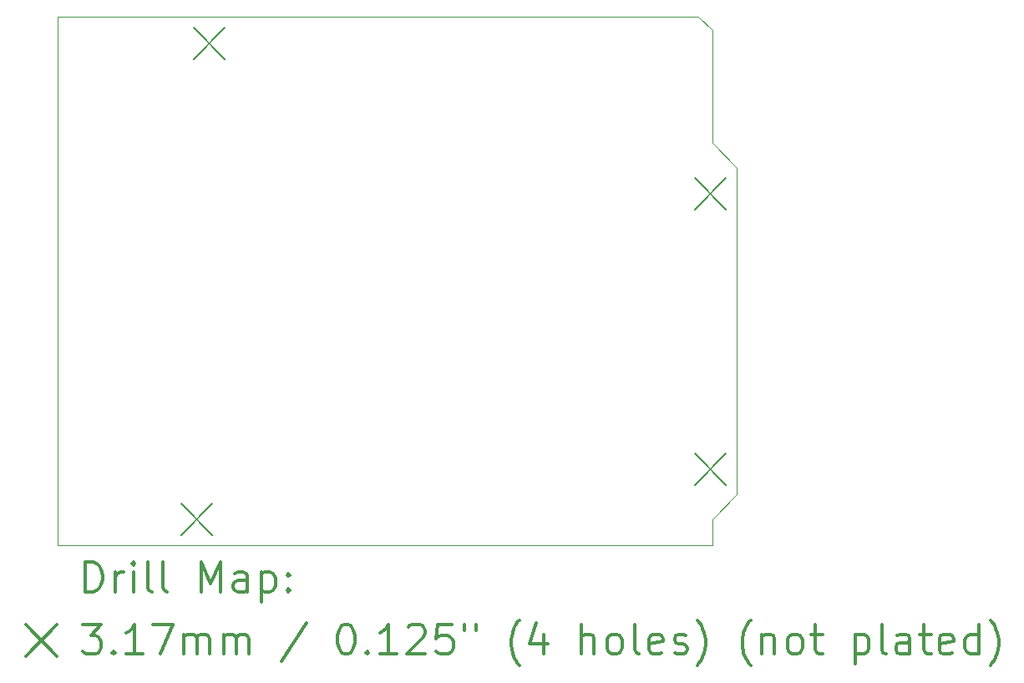
<source format=gbr>
%FSLAX45Y45*%
G04 Gerber Fmt 4.5, Leading zero omitted, Abs format (unit mm)*
G04 Created by KiCad (PCBNEW 4.1.0-alpha+201606210817+6944~45~ubuntu14.04.1-product) date Tue Jun 21 19:39:48 2016*
%MOMM*%
%LPD*%
G01*
G04 APERTURE LIST*
%ADD10C,0.127000*%
%ADD11C,0.100000*%
%ADD12C,0.200000*%
%ADD13C,0.300000*%
G04 APERTURE END LIST*
D10*
D11*
X19179540Y-8427720D02*
X19316700Y-8564880D01*
X12682220Y-13792200D02*
X12682220Y-8498840D01*
X19316700Y-13792200D02*
X12682220Y-13792200D01*
X19316700Y-13528040D02*
X19316700Y-13792200D01*
X19568160Y-13276580D02*
X19316700Y-13528040D01*
X19568160Y-9959340D02*
X19568160Y-13276580D01*
X19316700Y-9707880D02*
X19568160Y-9959340D01*
X19316700Y-8564880D02*
X19316700Y-9707880D01*
X12682220Y-8427720D02*
X19179540Y-8427720D01*
X12682220Y-8498840D02*
X12682220Y-8427720D01*
D12*
X13934186Y-13367258D02*
X14251686Y-13684758D01*
X14251686Y-13367258D02*
X13934186Y-13684758D01*
X14061186Y-8541258D02*
X14378686Y-8858758D01*
X14378686Y-8541258D02*
X14061186Y-8858758D01*
X19141186Y-10065258D02*
X19458686Y-10382758D01*
X19458686Y-10065258D02*
X19141186Y-10382758D01*
X19141186Y-12859258D02*
X19458686Y-13176758D01*
X19458686Y-12859258D02*
X19141186Y-13176758D01*
D13*
X12963648Y-14262914D02*
X12963648Y-13962914D01*
X13035077Y-13962914D01*
X13077934Y-13977200D01*
X13106506Y-14005771D01*
X13120791Y-14034343D01*
X13135077Y-14091486D01*
X13135077Y-14134343D01*
X13120791Y-14191486D01*
X13106506Y-14220057D01*
X13077934Y-14248629D01*
X13035077Y-14262914D01*
X12963648Y-14262914D01*
X13263648Y-14262914D02*
X13263648Y-14062914D01*
X13263648Y-14120057D02*
X13277934Y-14091486D01*
X13292220Y-14077200D01*
X13320791Y-14062914D01*
X13349363Y-14062914D01*
X13449363Y-14262914D02*
X13449363Y-14062914D01*
X13449363Y-13962914D02*
X13435077Y-13977200D01*
X13449363Y-13991486D01*
X13463648Y-13977200D01*
X13449363Y-13962914D01*
X13449363Y-13991486D01*
X13635077Y-14262914D02*
X13606506Y-14248629D01*
X13592220Y-14220057D01*
X13592220Y-13962914D01*
X13792220Y-14262914D02*
X13763648Y-14248629D01*
X13749363Y-14220057D01*
X13749363Y-13962914D01*
X14135077Y-14262914D02*
X14135077Y-13962914D01*
X14235077Y-14177200D01*
X14335077Y-13962914D01*
X14335077Y-14262914D01*
X14606506Y-14262914D02*
X14606506Y-14105771D01*
X14592220Y-14077200D01*
X14563648Y-14062914D01*
X14506506Y-14062914D01*
X14477934Y-14077200D01*
X14606506Y-14248629D02*
X14577934Y-14262914D01*
X14506506Y-14262914D01*
X14477934Y-14248629D01*
X14463648Y-14220057D01*
X14463648Y-14191486D01*
X14477934Y-14162914D01*
X14506506Y-14148629D01*
X14577934Y-14148629D01*
X14606506Y-14134343D01*
X14749363Y-14062914D02*
X14749363Y-14362914D01*
X14749363Y-14077200D02*
X14777934Y-14062914D01*
X14835077Y-14062914D01*
X14863648Y-14077200D01*
X14877934Y-14091486D01*
X14892220Y-14120057D01*
X14892220Y-14205771D01*
X14877934Y-14234343D01*
X14863648Y-14248629D01*
X14835077Y-14262914D01*
X14777934Y-14262914D01*
X14749363Y-14248629D01*
X15020791Y-14234343D02*
X15035077Y-14248629D01*
X15020791Y-14262914D01*
X15006506Y-14248629D01*
X15020791Y-14234343D01*
X15020791Y-14262914D01*
X15020791Y-14077200D02*
X15035077Y-14091486D01*
X15020791Y-14105771D01*
X15006506Y-14091486D01*
X15020791Y-14077200D01*
X15020791Y-14105771D01*
X12359720Y-14598450D02*
X12677220Y-14915950D01*
X12677220Y-14598450D02*
X12359720Y-14915950D01*
X12935077Y-14592914D02*
X13120791Y-14592914D01*
X13020791Y-14707200D01*
X13063648Y-14707200D01*
X13092220Y-14721486D01*
X13106506Y-14735771D01*
X13120791Y-14764343D01*
X13120791Y-14835771D01*
X13106506Y-14864343D01*
X13092220Y-14878629D01*
X13063648Y-14892914D01*
X12977934Y-14892914D01*
X12949363Y-14878629D01*
X12935077Y-14864343D01*
X13249363Y-14864343D02*
X13263648Y-14878629D01*
X13249363Y-14892914D01*
X13235077Y-14878629D01*
X13249363Y-14864343D01*
X13249363Y-14892914D01*
X13549363Y-14892914D02*
X13377934Y-14892914D01*
X13463648Y-14892914D02*
X13463648Y-14592914D01*
X13435077Y-14635771D01*
X13406506Y-14664343D01*
X13377934Y-14678629D01*
X13649363Y-14592914D02*
X13849363Y-14592914D01*
X13720791Y-14892914D01*
X13963648Y-14892914D02*
X13963648Y-14692914D01*
X13963648Y-14721486D02*
X13977934Y-14707200D01*
X14006506Y-14692914D01*
X14049363Y-14692914D01*
X14077934Y-14707200D01*
X14092220Y-14735771D01*
X14092220Y-14892914D01*
X14092220Y-14735771D02*
X14106506Y-14707200D01*
X14135077Y-14692914D01*
X14177934Y-14692914D01*
X14206506Y-14707200D01*
X14220791Y-14735771D01*
X14220791Y-14892914D01*
X14363648Y-14892914D02*
X14363648Y-14692914D01*
X14363648Y-14721486D02*
X14377934Y-14707200D01*
X14406506Y-14692914D01*
X14449363Y-14692914D01*
X14477934Y-14707200D01*
X14492220Y-14735771D01*
X14492220Y-14892914D01*
X14492220Y-14735771D02*
X14506506Y-14707200D01*
X14535077Y-14692914D01*
X14577934Y-14692914D01*
X14606506Y-14707200D01*
X14620791Y-14735771D01*
X14620791Y-14892914D01*
X15206506Y-14578629D02*
X14949363Y-14964343D01*
X15592220Y-14592914D02*
X15620791Y-14592914D01*
X15649363Y-14607200D01*
X15663648Y-14621486D01*
X15677934Y-14650057D01*
X15692220Y-14707200D01*
X15692220Y-14778629D01*
X15677934Y-14835771D01*
X15663648Y-14864343D01*
X15649363Y-14878629D01*
X15620791Y-14892914D01*
X15592220Y-14892914D01*
X15563648Y-14878629D01*
X15549363Y-14864343D01*
X15535077Y-14835771D01*
X15520791Y-14778629D01*
X15520791Y-14707200D01*
X15535077Y-14650057D01*
X15549363Y-14621486D01*
X15563648Y-14607200D01*
X15592220Y-14592914D01*
X15820791Y-14864343D02*
X15835077Y-14878629D01*
X15820791Y-14892914D01*
X15806506Y-14878629D01*
X15820791Y-14864343D01*
X15820791Y-14892914D01*
X16120791Y-14892914D02*
X15949363Y-14892914D01*
X16035077Y-14892914D02*
X16035077Y-14592914D01*
X16006506Y-14635771D01*
X15977934Y-14664343D01*
X15949363Y-14678629D01*
X16235077Y-14621486D02*
X16249363Y-14607200D01*
X16277934Y-14592914D01*
X16349363Y-14592914D01*
X16377934Y-14607200D01*
X16392220Y-14621486D01*
X16406506Y-14650057D01*
X16406506Y-14678629D01*
X16392220Y-14721486D01*
X16220791Y-14892914D01*
X16406506Y-14892914D01*
X16677934Y-14592914D02*
X16535077Y-14592914D01*
X16520791Y-14735771D01*
X16535077Y-14721486D01*
X16563648Y-14707200D01*
X16635077Y-14707200D01*
X16663648Y-14721486D01*
X16677934Y-14735771D01*
X16692220Y-14764343D01*
X16692220Y-14835771D01*
X16677934Y-14864343D01*
X16663648Y-14878629D01*
X16635077Y-14892914D01*
X16563648Y-14892914D01*
X16535077Y-14878629D01*
X16520791Y-14864343D01*
X16806506Y-14592914D02*
X16806506Y-14650057D01*
X16920791Y-14592914D02*
X16920791Y-14650057D01*
X17363648Y-15007200D02*
X17349363Y-14992914D01*
X17320791Y-14950057D01*
X17306506Y-14921486D01*
X17292220Y-14878629D01*
X17277934Y-14807200D01*
X17277934Y-14750057D01*
X17292220Y-14678629D01*
X17306506Y-14635771D01*
X17320791Y-14607200D01*
X17349363Y-14564343D01*
X17363648Y-14550057D01*
X17606506Y-14692914D02*
X17606506Y-14892914D01*
X17535077Y-14578629D02*
X17463648Y-14792914D01*
X17649363Y-14792914D01*
X17992220Y-14892914D02*
X17992220Y-14592914D01*
X18120791Y-14892914D02*
X18120791Y-14735771D01*
X18106506Y-14707200D01*
X18077934Y-14692914D01*
X18035077Y-14692914D01*
X18006506Y-14707200D01*
X17992220Y-14721486D01*
X18306506Y-14892914D02*
X18277934Y-14878629D01*
X18263648Y-14864343D01*
X18249363Y-14835771D01*
X18249363Y-14750057D01*
X18263648Y-14721486D01*
X18277934Y-14707200D01*
X18306506Y-14692914D01*
X18349363Y-14692914D01*
X18377934Y-14707200D01*
X18392220Y-14721486D01*
X18406506Y-14750057D01*
X18406506Y-14835771D01*
X18392220Y-14864343D01*
X18377934Y-14878629D01*
X18349363Y-14892914D01*
X18306506Y-14892914D01*
X18577934Y-14892914D02*
X18549363Y-14878629D01*
X18535077Y-14850057D01*
X18535077Y-14592914D01*
X18806506Y-14878629D02*
X18777934Y-14892914D01*
X18720791Y-14892914D01*
X18692220Y-14878629D01*
X18677934Y-14850057D01*
X18677934Y-14735771D01*
X18692220Y-14707200D01*
X18720791Y-14692914D01*
X18777934Y-14692914D01*
X18806506Y-14707200D01*
X18820791Y-14735771D01*
X18820791Y-14764343D01*
X18677934Y-14792914D01*
X18935077Y-14878629D02*
X18963648Y-14892914D01*
X19020791Y-14892914D01*
X19049363Y-14878629D01*
X19063648Y-14850057D01*
X19063648Y-14835771D01*
X19049363Y-14807200D01*
X19020791Y-14792914D01*
X18977934Y-14792914D01*
X18949363Y-14778629D01*
X18935077Y-14750057D01*
X18935077Y-14735771D01*
X18949363Y-14707200D01*
X18977934Y-14692914D01*
X19020791Y-14692914D01*
X19049363Y-14707200D01*
X19163648Y-15007200D02*
X19177934Y-14992914D01*
X19206506Y-14950057D01*
X19220791Y-14921486D01*
X19235077Y-14878629D01*
X19249363Y-14807200D01*
X19249363Y-14750057D01*
X19235077Y-14678629D01*
X19220791Y-14635771D01*
X19206506Y-14607200D01*
X19177934Y-14564343D01*
X19163648Y-14550057D01*
X19706506Y-15007200D02*
X19692220Y-14992914D01*
X19663648Y-14950057D01*
X19649363Y-14921486D01*
X19635077Y-14878629D01*
X19620791Y-14807200D01*
X19620791Y-14750057D01*
X19635077Y-14678629D01*
X19649363Y-14635771D01*
X19663648Y-14607200D01*
X19692220Y-14564343D01*
X19706506Y-14550057D01*
X19820791Y-14692914D02*
X19820791Y-14892914D01*
X19820791Y-14721486D02*
X19835077Y-14707200D01*
X19863648Y-14692914D01*
X19906506Y-14692914D01*
X19935077Y-14707200D01*
X19949363Y-14735771D01*
X19949363Y-14892914D01*
X20135077Y-14892914D02*
X20106506Y-14878629D01*
X20092220Y-14864343D01*
X20077934Y-14835771D01*
X20077934Y-14750057D01*
X20092220Y-14721486D01*
X20106506Y-14707200D01*
X20135077Y-14692914D01*
X20177934Y-14692914D01*
X20206506Y-14707200D01*
X20220791Y-14721486D01*
X20235077Y-14750057D01*
X20235077Y-14835771D01*
X20220791Y-14864343D01*
X20206506Y-14878629D01*
X20177934Y-14892914D01*
X20135077Y-14892914D01*
X20320791Y-14692914D02*
X20435077Y-14692914D01*
X20363648Y-14592914D02*
X20363648Y-14850057D01*
X20377934Y-14878629D01*
X20406506Y-14892914D01*
X20435077Y-14892914D01*
X20763648Y-14692914D02*
X20763648Y-14992914D01*
X20763648Y-14707200D02*
X20792220Y-14692914D01*
X20849363Y-14692914D01*
X20877934Y-14707200D01*
X20892220Y-14721486D01*
X20906506Y-14750057D01*
X20906506Y-14835771D01*
X20892220Y-14864343D01*
X20877934Y-14878629D01*
X20849363Y-14892914D01*
X20792220Y-14892914D01*
X20763648Y-14878629D01*
X21077934Y-14892914D02*
X21049363Y-14878629D01*
X21035077Y-14850057D01*
X21035077Y-14592914D01*
X21320791Y-14892914D02*
X21320791Y-14735771D01*
X21306506Y-14707200D01*
X21277934Y-14692914D01*
X21220791Y-14692914D01*
X21192220Y-14707200D01*
X21320791Y-14878629D02*
X21292220Y-14892914D01*
X21220791Y-14892914D01*
X21192220Y-14878629D01*
X21177934Y-14850057D01*
X21177934Y-14821486D01*
X21192220Y-14792914D01*
X21220791Y-14778629D01*
X21292220Y-14778629D01*
X21320791Y-14764343D01*
X21420791Y-14692914D02*
X21535077Y-14692914D01*
X21463648Y-14592914D02*
X21463648Y-14850057D01*
X21477934Y-14878629D01*
X21506506Y-14892914D01*
X21535077Y-14892914D01*
X21749363Y-14878629D02*
X21720791Y-14892914D01*
X21663648Y-14892914D01*
X21635077Y-14878629D01*
X21620791Y-14850057D01*
X21620791Y-14735771D01*
X21635077Y-14707200D01*
X21663648Y-14692914D01*
X21720791Y-14692914D01*
X21749363Y-14707200D01*
X21763648Y-14735771D01*
X21763648Y-14764343D01*
X21620791Y-14792914D01*
X22020791Y-14892914D02*
X22020791Y-14592914D01*
X22020791Y-14878629D02*
X21992220Y-14892914D01*
X21935077Y-14892914D01*
X21906506Y-14878629D01*
X21892220Y-14864343D01*
X21877934Y-14835771D01*
X21877934Y-14750057D01*
X21892220Y-14721486D01*
X21906506Y-14707200D01*
X21935077Y-14692914D01*
X21992220Y-14692914D01*
X22020791Y-14707200D01*
X22135077Y-15007200D02*
X22149363Y-14992914D01*
X22177934Y-14950057D01*
X22192220Y-14921486D01*
X22206506Y-14878629D01*
X22220791Y-14807200D01*
X22220791Y-14750057D01*
X22206506Y-14678629D01*
X22192220Y-14635771D01*
X22177934Y-14607200D01*
X22149363Y-14564343D01*
X22135077Y-14550057D01*
M02*

</source>
